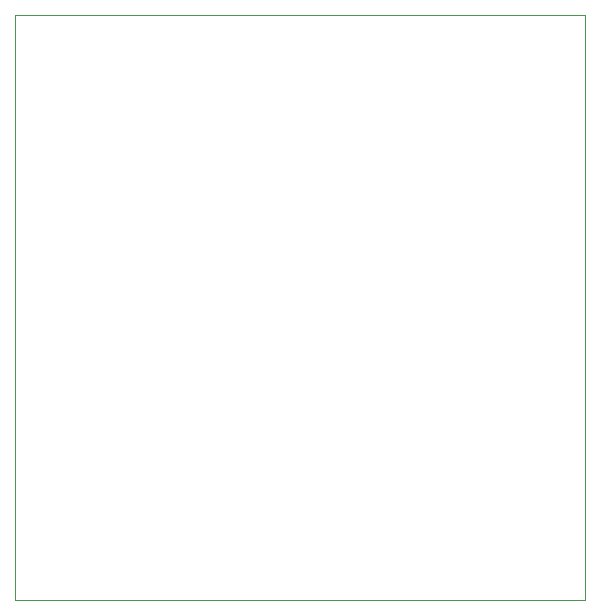
<source format=gbr>
G04 (created by PCBNEW (2013-03-31 BZR 4008)-stable) date 6/6/2013 1:10:11 PM*
%MOIN*%
G04 Gerber Fmt 3.4, Leading zero omitted, Abs format*
%FSLAX34Y34*%
G01*
G70*
G90*
G04 APERTURE LIST*
%ADD10C,0.006*%
%ADD11C,0.00393701*%
G04 APERTURE END LIST*
G54D10*
G54D11*
X34000Y-30000D02*
X15000Y-30000D01*
X34000Y-10500D02*
X34000Y-30000D01*
X15000Y-10500D02*
X34000Y-10500D01*
X15000Y-30000D02*
X15000Y-10500D01*
X34000Y-30000D02*
X15000Y-30000D01*
X34000Y-10500D02*
X34000Y-30000D01*
X15000Y-10500D02*
X34000Y-10500D01*
M02*

</source>
